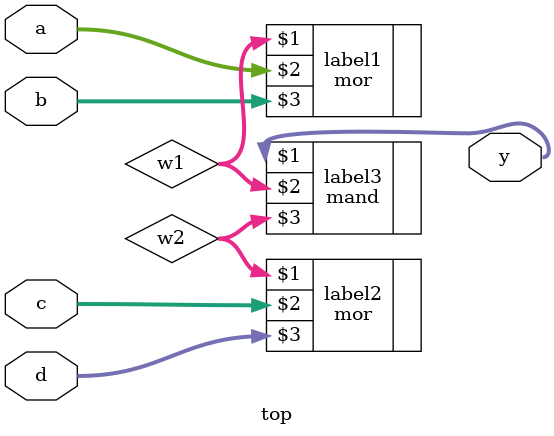
<source format=v>
module top( a, b , c, d, y);
input [1:0] a, b, c, d;
output [1:0] y;

wire [1:0] w1, w2;

mor label1 ( w1, a, b);
mor label2 ( w2, c, d);
mand label3 ( y, w1, w2);
endmodule
</source>
